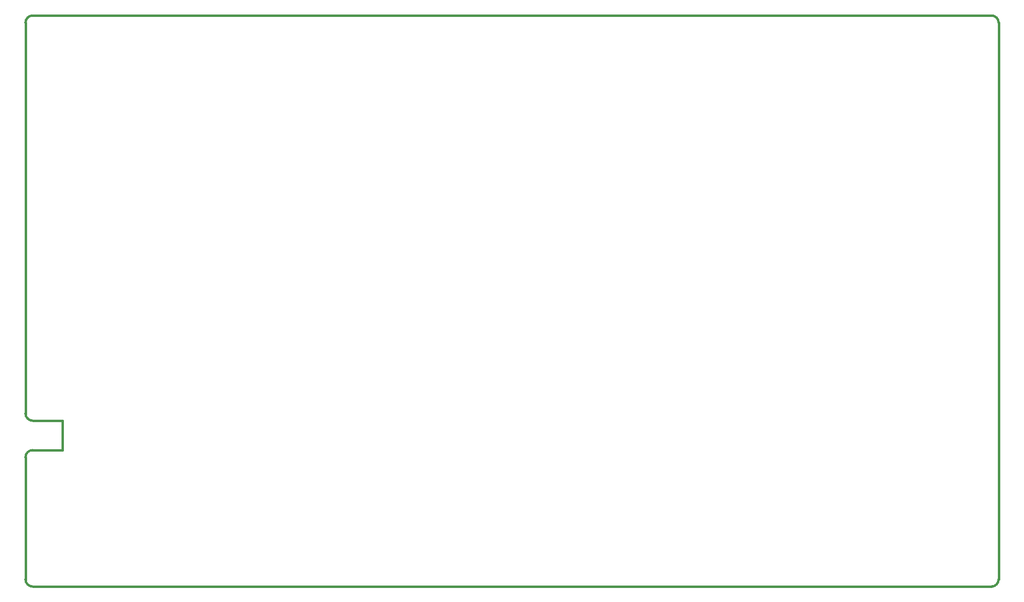
<source format=gbr>
G04 #@! TF.GenerationSoftware,KiCad,Pcbnew,(5.1.2)-2*
G04 #@! TF.CreationDate,2020-12-15T10:42:38+00:00*
G04 #@! TF.ProjectId,Greaseweazle F1 3.5 Inch,47726561-7365-4776-9561-7a6c65204631,1*
G04 #@! TF.SameCoordinates,PX6312cb0PY6bcb370*
G04 #@! TF.FileFunction,Profile,NP*
%FSLAX46Y46*%
G04 Gerber Fmt 4.6, Leading zero omitted, Abs format (unit mm)*
G04 Created by KiCad (PCBNEW (5.1.2)-2) date 2020-12-15 10:42:38*
%MOMM*%
%LPD*%
G04 APERTURE LIST*
%ADD10C,0.381000*%
G04 APERTURE END LIST*
D10*
X-53086000Y-15303500D02*
X-53086000Y-36664900D01*
X-51816000Y-14033500D02*
X-46609000Y-14033500D01*
X-51816000Y-8890000D02*
X-46609000Y-8890000D01*
X-46609000Y-8890000D02*
X-46609000Y-14033500D01*
X-51816000Y-14033500D02*
G75*
G03X-53086000Y-15303500I0J-1270000D01*
G01*
X-53086000Y-7620000D02*
G75*
G03X-51816000Y-8890000I1270000J0D01*
G01*
X115824000Y-37934900D02*
G75*
G03X117094000Y-36664900I0J1270000D01*
G01*
X-51816000Y62064900D02*
G75*
G03X-53086000Y60794900I0J-1270000D01*
G01*
X117094000Y60794900D02*
G75*
G03X115824000Y62064900I-1270000J0D01*
G01*
X-53086000Y-36664900D02*
G75*
G03X-51816000Y-37934900I1270000J0D01*
G01*
X-53086000Y60794900D02*
X-53086000Y-7620000D01*
X-51816000Y-37934900D02*
X115824000Y-37934900D01*
X115824000Y62064900D02*
X-51816000Y62064900D01*
X117094000Y-36664900D02*
X117094000Y60794900D01*
M02*

</source>
